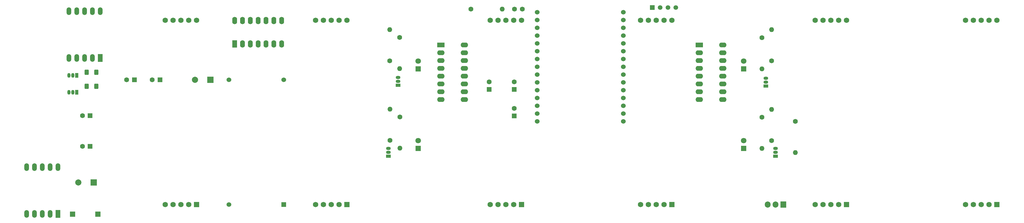
<source format=gbr>
%TF.GenerationSoftware,KiCad,Pcbnew,(6.0.10)*%
%TF.CreationDate,2023-02-22T22:23:04-03:00*%
%TF.ProjectId,SevenSegmentClock,53657665-6e53-4656-976d-656e74436c6f,rev?*%
%TF.SameCoordinates,Original*%
%TF.FileFunction,Soldermask,Bot*%
%TF.FilePolarity,Negative*%
%FSLAX46Y46*%
G04 Gerber Fmt 4.6, Leading zero omitted, Abs format (unit mm)*
G04 Created by KiCad (PCBNEW (6.0.10)) date 2023-02-22 22:23:04*
%MOMM*%
%LPD*%
G01*
G04 APERTURE LIST*
G04 Aperture macros list*
%AMRoundRect*
0 Rectangle with rounded corners*
0 $1 Rounding radius*
0 $2 $3 $4 $5 $6 $7 $8 $9 X,Y pos of 4 corners*
0 Add a 4 corners polygon primitive as box body*
4,1,4,$2,$3,$4,$5,$6,$7,$8,$9,$2,$3,0*
0 Add four circle primitives for the rounded corners*
1,1,$1+$1,$2,$3*
1,1,$1+$1,$4,$5*
1,1,$1+$1,$6,$7*
1,1,$1+$1,$8,$9*
0 Add four rect primitives between the rounded corners*
20,1,$1+$1,$2,$3,$4,$5,0*
20,1,$1+$1,$4,$5,$6,$7,0*
20,1,$1+$1,$6,$7,$8,$9,0*
20,1,$1+$1,$8,$9,$2,$3,0*%
G04 Aperture macros list end*
%ADD10R,1.600000X2.400000*%
%ADD11O,1.600000X2.400000*%
%ADD12R,1.500000X1.050000*%
%ADD13O,1.500000X1.050000*%
%ADD14R,1.524000X1.524000*%
%ADD15C,1.524000*%
%ADD16R,1.700000X1.700000*%
%ADD17R,1.600000X1.600000*%
%ADD18C,1.600000*%
%ADD19O,1.600000X1.600000*%
%ADD20R,1.050000X1.500000*%
%ADD21O,1.050000X1.500000*%
%ADD22R,2.000000X2.000000*%
%ADD23C,2.000000*%
%ADD24R,2.400000X1.600000*%
%ADD25O,2.400000X1.600000*%
%ADD26R,1.500000X1.500000*%
%ADD27C,1.500000*%
%ADD28R,1.905000X2.000000*%
%ADD29O,1.905000X2.000000*%
%ADD30R,1.750000X1.750000*%
%ADD31C,1.750000*%
%ADD32R,1.524000X2.524000*%
%ADD33O,1.524000X2.524000*%
%ADD34R,1.800000X1.800000*%
%ADD35C,1.800000*%
%ADD36RoundRect,0.250000X0.400000X0.625000X-0.400000X0.625000X-0.400000X-0.625000X0.400000X-0.625000X0*%
G04 APERTURE END LIST*
D10*
%TO.C,U9*%
X118337800Y-93371800D03*
D11*
X120877800Y-93371800D03*
X123417800Y-93371800D03*
X125957800Y-93371800D03*
X128497800Y-93371800D03*
X131037800Y-93371800D03*
X133577800Y-93371800D03*
X133577800Y-85751800D03*
X131037800Y-85751800D03*
X128497800Y-85751800D03*
X125957800Y-85751800D03*
X123417800Y-85751800D03*
X120877800Y-85751800D03*
X118337800Y-85751800D03*
%TD*%
D12*
%TO.C,Q4*%
X290612400Y-107051400D03*
D13*
X290612400Y-105781400D03*
X290612400Y-104511400D03*
%TD*%
D14*
%TO.C,U15*%
X134226600Y-145641200D03*
D15*
X134226600Y-105001200D03*
X116446600Y-105001200D03*
X116446600Y-145641200D03*
%TD*%
D16*
%TO.C,J2*%
X65761000Y-148823400D03*
%TD*%
D12*
%TO.C,Q1*%
X168190600Y-129926800D03*
D13*
X168190600Y-128656800D03*
X168190600Y-127386800D03*
%TD*%
D17*
%TO.C,C23*%
X85799041Y-105018800D03*
D18*
X83299041Y-105018800D03*
%TD*%
%TO.C,R59*%
X300163200Y-118618000D03*
D19*
X300163200Y-128778000D03*
%TD*%
D17*
%TO.C,C15*%
X208986200Y-116806359D03*
D18*
X208986200Y-114306359D03*
%TD*%
%TO.C,R19*%
X168635000Y-98873200D03*
D19*
X168635000Y-88713200D03*
%TD*%
D17*
%TO.C,C24*%
X94105759Y-105018800D03*
D18*
X91605759Y-105018800D03*
%TD*%
D15*
%TO.C,U13*%
X216452100Y-82993600D03*
X216452100Y-85533600D03*
X216452100Y-88073600D03*
X216452100Y-90613600D03*
X216452100Y-93153600D03*
X216452100Y-95693600D03*
X216452100Y-98233600D03*
X216452100Y-100773600D03*
X216452100Y-103313600D03*
X216452100Y-105853600D03*
X216452100Y-108393600D03*
X216452100Y-110933600D03*
X216452100Y-113473600D03*
X216452100Y-116013600D03*
X216452100Y-118553600D03*
X244392100Y-118553600D03*
X244392100Y-116013600D03*
X244392100Y-113473600D03*
X244392100Y-110933600D03*
X244392100Y-108393600D03*
X244392100Y-105853600D03*
X244392100Y-103313600D03*
X244392100Y-100773600D03*
X244392100Y-98233600D03*
X244392100Y-95693600D03*
X244392100Y-93153600D03*
X244392100Y-90613600D03*
X244392100Y-88073600D03*
X244392100Y-85533600D03*
X244392100Y-82993600D03*
%TD*%
D18*
%TO.C,R16*%
X168707200Y-124720000D03*
D19*
X168707200Y-114560000D03*
%TD*%
D18*
%TO.C,R17*%
X171956200Y-117120600D03*
D19*
X171956200Y-127280600D03*
%TD*%
D20*
%TO.C,Q5*%
X67077400Y-103556400D03*
D21*
X65807400Y-103556400D03*
X64537400Y-103556400D03*
%TD*%
D18*
%TO.C,R39*%
X292528400Y-98856800D03*
D19*
X292528400Y-88696800D03*
%TD*%
D20*
%TO.C,Q6*%
X67077400Y-109075000D03*
D21*
X65807400Y-109075000D03*
X64537400Y-109075000D03*
%TD*%
D18*
%TO.C,R40*%
X289391800Y-91288000D03*
D19*
X289391800Y-101448000D03*
%TD*%
D22*
%TO.C,C26*%
X72612646Y-138440200D03*
D23*
X67612646Y-138440200D03*
%TD*%
D17*
%TO.C,C18*%
X200888600Y-108173600D03*
D18*
X200888600Y-105673600D03*
%TD*%
%TO.C,R36*%
X292524000Y-124828800D03*
D19*
X292524000Y-114668800D03*
%TD*%
D17*
%TO.C,C21*%
X71427349Y-116731800D03*
D18*
X68927349Y-116731800D03*
%TD*%
D24*
%TO.C,U10*%
X185190400Y-93667400D03*
D25*
X185190400Y-96207400D03*
X185190400Y-98747400D03*
X185190400Y-101287400D03*
X185190400Y-103827400D03*
X185190400Y-106367400D03*
X185190400Y-108907400D03*
X185190400Y-111447400D03*
X192810400Y-111447400D03*
X192810400Y-108907400D03*
X192810400Y-106367400D03*
X192810400Y-103827400D03*
X192810400Y-101287400D03*
X192810400Y-98747400D03*
X192810400Y-96207400D03*
X192810400Y-93667400D03*
%TD*%
D16*
%TO.C,J1*%
X73960800Y-148823400D03*
%TD*%
D24*
%TO.C,U4*%
X269054200Y-93667400D03*
D25*
X269054200Y-96207400D03*
X269054200Y-98747400D03*
X269054200Y-101287400D03*
X269054200Y-103827400D03*
X269054200Y-106367400D03*
X269054200Y-108907400D03*
X269054200Y-111447400D03*
X276674200Y-111447400D03*
X276674200Y-108907400D03*
X276674200Y-106367400D03*
X276674200Y-103827400D03*
X276674200Y-101287400D03*
X276674200Y-98747400D03*
X276674200Y-96207400D03*
X276674200Y-93667400D03*
%TD*%
D22*
%TO.C,C27*%
X110446154Y-105018800D03*
D23*
X105446154Y-105018800D03*
%TD*%
D26*
%TO.C,U14*%
X253819200Y-81486600D03*
D27*
X256359200Y-81486600D03*
X258899200Y-81486600D03*
X261439200Y-81486600D03*
%TD*%
D18*
%TO.C,R61*%
X194988000Y-82030600D03*
D19*
X205148000Y-82030600D03*
%TD*%
D12*
%TO.C,Q3*%
X293735400Y-129962200D03*
D13*
X293735400Y-128692200D03*
X293735400Y-127422200D03*
%TD*%
D12*
%TO.C,Q2*%
X171354200Y-106830400D03*
D13*
X171354200Y-105560400D03*
X171354200Y-104290400D03*
%TD*%
D17*
%TO.C,C20*%
X71427349Y-126686400D03*
D18*
X68927349Y-126686400D03*
%TD*%
D28*
%TO.C,Q7*%
X296285600Y-145657800D03*
D29*
X293745600Y-145657800D03*
X291205600Y-145657800D03*
%TD*%
D18*
%TO.C,R20*%
X171825600Y-91261000D03*
D19*
X171825600Y-101421000D03*
%TD*%
D17*
%TO.C,C25*%
X208986200Y-108173600D03*
D18*
X208986200Y-105673600D03*
%TD*%
%TO.C,R37*%
X289389200Y-117196800D03*
D19*
X289389200Y-127356800D03*
%TD*%
D18*
%TO.C,R60*%
X209104000Y-82004400D03*
X211644000Y-82004400D03*
%TD*%
D30*
%TO.C,SSD4*%
X260180100Y-145671600D03*
D31*
X257640100Y-145671600D03*
X255100100Y-145671600D03*
X252560100Y-145671600D03*
X250020100Y-145671600D03*
X250020100Y-85671600D03*
X252560100Y-85671600D03*
X255100100Y-85671600D03*
X257640100Y-85671600D03*
X260180100Y-85671600D03*
%TD*%
D32*
%TO.C,SSD8*%
X61044100Y-148691600D03*
D33*
X58504100Y-148691600D03*
X55964100Y-148691600D03*
X53424100Y-148691600D03*
X50884100Y-148691600D03*
X50884100Y-133451600D03*
X53424100Y-133451600D03*
X55964100Y-133451600D03*
X58504100Y-133451600D03*
X61044100Y-133451600D03*
%TD*%
D34*
%TO.C,D3*%
X283421100Y-127355600D03*
D35*
X283421100Y-124815600D03*
%TD*%
D34*
%TO.C,D1*%
X177884100Y-127355600D03*
D35*
X177884100Y-124815600D03*
%TD*%
D36*
%TO.C,R53*%
X73418600Y-102570200D03*
X70318600Y-102570200D03*
%TD*%
D30*
%TO.C,SSD5*%
X316822100Y-145671600D03*
D31*
X314282100Y-145671600D03*
X311742100Y-145671600D03*
X309202100Y-145671600D03*
X306662100Y-145671600D03*
X306662100Y-85671600D03*
X309202100Y-85671600D03*
X311742100Y-85671600D03*
X314282100Y-85671600D03*
X316822100Y-85671600D03*
%TD*%
D36*
%TO.C,R58*%
X73418600Y-107169600D03*
X70318600Y-107169600D03*
%TD*%
D34*
%TO.C,D2*%
X177884100Y-101447600D03*
D35*
X177884100Y-98907600D03*
%TD*%
D30*
%TO.C,SSD3*%
X211412100Y-145671600D03*
D31*
X208872100Y-145671600D03*
X206332100Y-145671600D03*
X203792100Y-145671600D03*
X201252100Y-145671600D03*
X201252100Y-85671600D03*
X203792100Y-85671600D03*
X206332100Y-85671600D03*
X208872100Y-85671600D03*
X211412100Y-85671600D03*
%TD*%
D32*
%TO.C,SSD6*%
X74760100Y-97942400D03*
D33*
X72220100Y-97942400D03*
X69680100Y-97942400D03*
X67140100Y-97942400D03*
X64600100Y-97942400D03*
X64600100Y-82702400D03*
X67140100Y-82702400D03*
X69680100Y-82702400D03*
X72220100Y-82702400D03*
X74760100Y-82702400D03*
%TD*%
D30*
%TO.C,SSD2*%
X154770100Y-145671600D03*
D31*
X152230100Y-145671600D03*
X149690100Y-145671600D03*
X147150100Y-145671600D03*
X144610100Y-145671600D03*
X144610100Y-85671600D03*
X147150100Y-85671600D03*
X149690100Y-85671600D03*
X152230100Y-85671600D03*
X154770100Y-85671600D03*
%TD*%
D30*
%TO.C,SSD1*%
X106002100Y-145671600D03*
D31*
X103462100Y-145671600D03*
X100922100Y-145671600D03*
X98382100Y-145671600D03*
X95842100Y-145671600D03*
X95842100Y-85671600D03*
X98382100Y-85671600D03*
X100922100Y-85671600D03*
X103462100Y-85671600D03*
X106002100Y-85671600D03*
%TD*%
D34*
%TO.C,D4*%
X283421100Y-101447600D03*
D35*
X283421100Y-98907600D03*
%TD*%
D30*
%TO.C,SSD7*%
X365590100Y-145671600D03*
D31*
X363050100Y-145671600D03*
X360510100Y-145671600D03*
X357970100Y-145671600D03*
X355430100Y-145671600D03*
X355430100Y-85671600D03*
X357970100Y-85671600D03*
X360510100Y-85671600D03*
X363050100Y-85671600D03*
X365590100Y-85671600D03*
%TD*%
M02*

</source>
